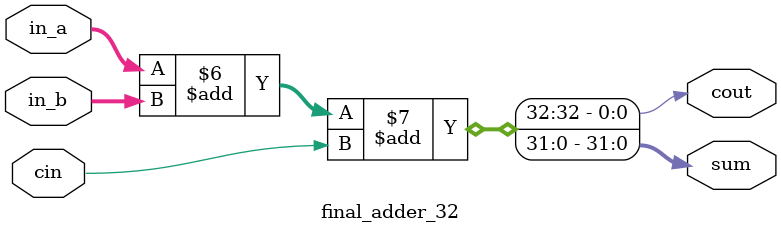
<source format=v>
`timescale 1ns/1ps


// Main Top Module
module wallace_7to3_unsigned (
    input clk,
    input rst,
    input  [15:0] A,
    input  [15:0] B,
    output reg [31:0] P
);
    integer j;

    // Partial products
    wire [31:0] pp [0:15];
    genvar k;
    generate
        for (k = 0; k < 16; k = k + 1)
            assign pp[k] = ({16'b0, (A & {16{B[k]}})} << k);
    endgenerate

    // Layer 1: 16 -> 8
    wire [31:0] s1_0, c1_0a, c1_0b;
    wire [31:0] s1_1, c1_1a, c1_1b;

    compressor73_vec32 STG1_A (pp[0],pp[1],pp[2],pp[3],pp[4],pp[5],pp[6], s1_0,c1_0a,c1_0b);
    compressor73_vec32 STG1_B (pp[7],pp[8],pp[9],pp[10],pp[11],pp[12],pp[13], s1_1,c1_1a,c1_1b);

    wire [31:0] lay1 [0:7];
    assign lay1[0] = s1_0;
    assign lay1[1] = c1_0a << 1;
    assign lay1[2] = c1_0b << 2;
    assign lay1[3] = s1_1;
    assign lay1[4] = c1_1a << 1;
    assign lay1[5] = c1_1b << 2;
    assign lay1[6] = pp[14];
    assign lay1[7] = pp[15];

    reg [31:0] r1 [0:7];
    always @(posedge clk) begin
        if (rst)
            for (j=0;j<8;j=j+1) r1[j] <= 32'b0;
        else
            for (j=0;j<8;j=j+1) r1[j] <= lay1[j];
    end

    // Layer 2: 8 -> 4 
    wire [31:0] s2_0, c2_0a, c2_0b;
    compressor73_vec32 STG2 (r1[0],r1[1],r1[2],r1[3],r1[4],r1[5],r1[6], s2_0,c2_0a,c2_0b);

    wire [31:0] lay2 [0:3];
    assign lay2[0] = s2_0;
    assign lay2[1] = c2_0a << 1;
    assign lay2[2] = c2_0b << 2;
    assign lay2[3] = r1[7];

    reg [31:0] r2 [0:3];
    always @(posedge clk) begin
        if (rst)
            for (j=0;j<4;j=j+1) r2[j] <= 32'b0;
        else
            for (j=0;j<4;j=j+1) r2[j] <= lay2[j];
    end

    // Layer 3: 4 -> 3
    wire [31:0] s3_0, c3_0a, c3_0b;
    compressor73_vec32 STG3 (r2[0],r2[1],r2[2],r2[3],32'b0,32'b0,32'b0, s3_0,c3_0a,c3_0b);

    reg [31:0] r3_0, r3_1, r3_2;
    always @(posedge clk) begin
        if (rst) begin
            r3_0 <= 0;
            r3_1 <= 0;
            r3_2 <= 0;
        end else begin
            r3_0 <= s3_0;
            r3_1 <= c3_0a << 1;
            r3_2 <= c3_0b << 2;
        end
    end

    // Layer 4: 3 -> 2 (Carry-Save Adder) 
    wire [31:0] s4_unreg, c4_unreg;
    csa_3to2_vec32 STG4 (
        .in_a(r3_0),
        .in_b(r3_1),
        .in_c(r3_2),
        .sum_vec(s4_unreg),
        .carry_vec(c4_unreg)
    );

    reg [31:0] r4_sum, r4_carry;
    always @(posedge clk) begin
        if (rst) begin
            r4_sum <= 0;
            r4_carry <= 0;
        end else begin
            r4_sum   <= s4_unreg;
            r4_carry <= c4_unreg << 1;
        end
    end

    // Final Adder 
    wire [31:0] final_sum;
    wire final_cout;
    final_adder_32 FINAL_ADD (
        .in_a(r4_sum),
        .in_b(r4_carry),
        .cin(1'b0),
        .sum(final_sum),
        .cout(final_cout)
    );

    always @(posedge clk) begin
        if (rst)
            P <= 32'b0;
        else
            P <= final_sum;
    end

endmodule

// Supporting Modules

// 3:2 Carry-Save Adder 
module csa_3to2_vec32 (
    input  [31:0] in_a,
    input  [31:0] in_b,
    input  [31:0] in_c,
    output [31:0] sum_vec,
    output [31:0] carry_vec
);
    assign sum_vec   = in_a ^ in_b ^ in_c;
    assign carry_vec = (in_a & in_b) | (in_b & in_c) | (in_a & in_c);
endmodule


// 7:3 Compressor
module compressor73_vec32 (
    input  [31:0] in_a, in_b, in_c, in_d, in_e, in_f, in_g,
    output reg [31:0] sum_out,
    output reg [31:0] carry_1,
    output reg [31:0] carry_2
);
    integer idx;
    reg [2:0] count_bits;

    function [0:0] bit_to_one;
        input val;
        begin
            bit_to_one = (val === 1'b1) ? 1'b1 : 1'b0;
        end
    endfunction
    
    always @* begin
        for (idx = 0; idx < 32; idx = idx + 1) begin
            count_bits = bit_to_one(in_a[idx]) + bit_to_one(in_b[idx]) + bit_to_one(in_c[idx]) +
                         bit_to_one(in_d[idx]) + bit_to_one(in_e[idx]) + bit_to_one(in_f[idx]) + bit_to_one(in_g[idx]);
            sum_out[idx]  = count_bits[0];    
            carry_1[idx]  = count_bits[1];    
            carry_2[idx]  = count_bits[2];    
        end
    end
endmodule


// Final 32-bit Adder
module final_adder_32 (
    input  [31:0] in_a,
    input  [31:0] in_b,
    input         cin,
    output [31:0] sum,
    output        cout
);
    assign {cout, sum} = in_a + in_b + cin;
endmodule


</source>
